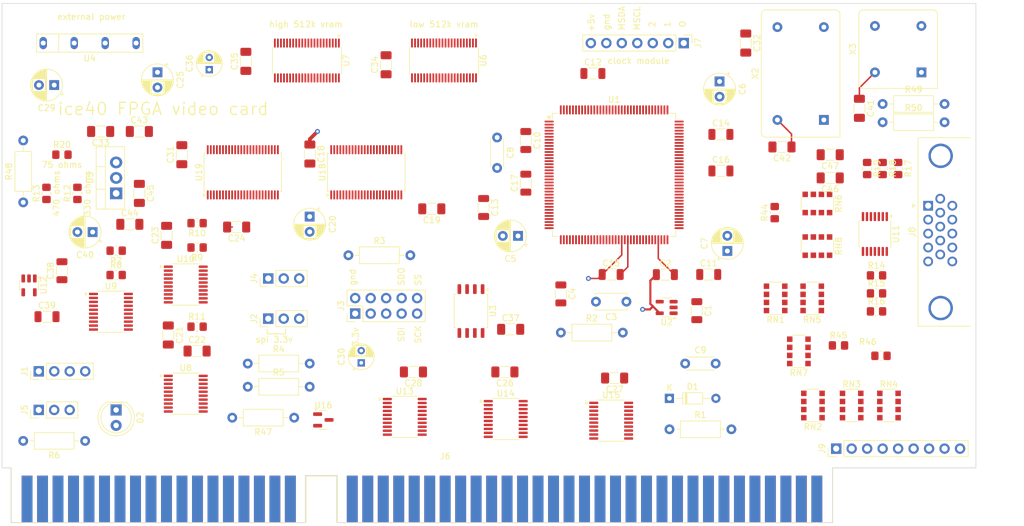
<source format=kicad_pcb>
(kicad_pcb (version 20240108) (generator "pcbnew") (generator_version "8.0")
  (layers (0 "F.Cu" signal) (1 "In1.Cu" signal) (2 "In2.Cu" signal) (31 "B.Cu" signal) (34 "B.Paste" user) (35 "F.Paste" user) (36 "B.SilkS" user "B.Silkscreen") (37 "F.SilkS" user "F.Silkscreen") (38 "B.Mask" user) (39 "F.Mask" user) (44 "Edge.Cuts" user))
  (net 0 "")
  (net 1 "+3.3V")
  (net 2 "GND")
  (net 3 "+1V2")
  (net 4 "Net-(U1E-VCCPLL0)")
  (net 5 "Net-(U1E-GNDPLL0)")
  (net 6 "+5V")
  (net 7 "Net-(D1-K)")
  (net 8 "Net-(D2-K)")
  (net 9 "CDONE_PROG")
  (net 10 "Net-(J2-Pin_2)")
  (net 13 "SPI_SCK")
  (net 14 "SPI_SDO")
  (net 15 "CRESET")
  (net 16 "SPI_SDI")
  (net 17 "SPI_SS")
  (net 19 "Net-(J4-Pin_1)")
  (net 20 "Net-(J4-Pin_3)")
  (net 21 "FPGA_RESET")
  (net 22 "DB06")
  (net 23 "HOST_RESET")
  (net 24 "IOR")
  (net 26 "AB03")
  (net 29 "AB08")
  (net 31 "IO_RDY")
  (net 33 "LA21")
  (net 35 "AB10")
  (net 36 "DB07")
  (net 38 "DB00")
  (net 39 "ISA_CLK")
  (net 40 "DB03")
  (net 42 "+12V")
  (net 44 "AB13")
  (net 45 "DB12")
  (net 46 "SMEMW")
  (net 48 "DB09")
  (net 49 "AB16")
  (net 52 "NOWS")
  (net 53 "BALE")
  (net 54 "MEMW")
  (net 55 "AB09")
  (net 57 "AB15")
  (net 59 "DB04")
  (net 62 "DB13")
  (net 63 "IOCS16")
  (net 64 "DB05")
  (net 68 "AB04")
  (net 70 "DB08")
  (net 71 "DB01")
  (net 73 "IOW")
  (net 74 "LA19")
  (net 75 "AB06")
  (net 78 "AB05")
  (net 80 "AB19")
  (net 81 "SBHE")
  (net 82 "LA17")
  (net 84 "AB17")
  (net 85 "LA23")
  (net 86 "CHRDY")
  (net 87 "LA18")
  (net 89 "AB01")
  (net 90 "AB07")
  (net 91 "AB12")
  (net 93 "AB00")
  (net 94 "DB10")
  (net 95 "MEMR")
  (net 96 "DB14")
  (net 98 "LA22")
  (net 99 "CHRDY_FPGA")
  (net 100 "LA20")
  (net 102 "AB11")
  (net 103 "AB18")
  (net 105 "MEMCS16")
  (net 107 "DB11")
  (net 108 "DB15")
  (net 109 "SMEMR")
  (net 110 "AB02")
  (net 111 "DB02")
  (net 112 "AB14")
  (net 114 "Net-(RN3A-R1.1)")
  (net 118 "VSYNC")
  (net 121 "HSYNC")
  (net 122 "Net-(RN1A-R1.1)")
  (net 123 "Net-(RN2C-R3.1)")
  (net 124 "Net-(U2-EN)")
  (net 125 "Net-(U9-A->B)")
  (net 126 "Net-(U9-CE)")
  (net 127 "Net-(U8-A->B)")
  (net 128 "Net-(U10-A->B)")
  (net 129 "Net-(U10-CE)")
  (net 130 "Net-(U12-EN)")
  (net 131 "Net-(X3-EN)")
  (net 132 "Net-(X2-Tri-State)")
  (net 133 "Net-(RN1C-R3.1)")
  (net 134 "Net-(RN1B-R2.1)")
  (net 135 "Net-(RN1D-R4.1)")
  (net 136 "Net-(RN2D-R4.1)")
  (net 137 "Net-(RN2A-R1.1)")
  (net 138 "Net-(RN2B-R2.1)")
  (net 139 "Net-(RN3B-R2.1)")
  (net 140 "Net-(RN3D-R4.1)")
  (net 142 "Net-(RN3C-R3.1)")
  (net 143 "Net-(RN4D-R4.2)")
  (net 144 "Net-(RN4A-R1.2)")
  (net 145 "Net-(RN4C-R3.2)")
  (net 146 "Net-(RN4B-R2.2)")
  (net 148 "IOR_FPGA")
  (net 149 "VD08")
  (net 150 "AV03")
  (net 151 "write_cmd")
  (net 152 "DS12")
  (net 153 "VD01")
  (net 154 "read_cmd")
  (net 155 "TE2")
  (net 157 "PIXEL_CLOCK")
  (net 158 "ALT19")
  (net 159 "TE3")
  (net 160 "FPGA_CLOCK")
  (net 161 "VD05")
  (net 162 "VD15")
  (net 163 "ALT16")
  (net 164 "AV04")
  (net 166 "DS05")
  (net 167 "AV19")
  (net 168 "AV09")
  (net 169 "MEMW_FPGA")
  (net 170 "ADS_LATCH")
  (net 171 "VD12")
  (net 174 "TE1")
  (net 175 "VGA_LATCH_RESET")
  (net 176 "AV01")
  (net 177 "MEMCS16_FPGA")
  (net 178 "DS04")
  (net 179 "ALT17")
  (net 180 "DS15")
  (net 181 "IOW_FPGA")
  (net 182 "Net-(U5-ADJ)")
  (net 184 "DS13")
  (net 185 "AV15")
  (net 186 "VRAM_high_en")
  (net 187 "VD02")
  (net 188 "BALE_FPGA")
  (net 189 "FPGA_RDY")
  (net 190 "IOCS16_FPGA")
  (net 191 "FPGA_WR")
  (net 192 "DS10")
  (net 194 "DS11")
  (net 195 "TE0")
  (net 196 "VD11")
  (net 197 "VGA_LATCH_CLK")
  (net 199 "ADS_OE")
  (net 200 "AV02")
  (net 201 "AV18")
  (net 202 "VD04")
  (net 203 "AV12")
  (net 204 "NOWS_FPGA")
  (net 205 "DS00")
  (net 206 "AV05")
  (net 207 "DS07")
  (net 208 "VRAM_low_en")
  (net 209 "AV13")
  (net 210 "AV07")
  (net 211 "1024_CLOCK")
  (net 212 "VD09")
  (net 213 "VD03")
  (net 214 "AV08")
  (net 215 "VD13")
  (net 216 "DS06")
  (net 217 "VD10")
  (net 218 "VD06")
  (net 219 "AV11")
  (net 220 "AV00")
  (net 221 "MEMR_FPGA")
  (net 222 "VD00")
  (net 223 "DS01")
  (net 224 "DS08")
  (net 225 "ALT18")
  (net 226 "FPGA_IO_EN")
  (net 227 "ISA_CLOCK_FPGA")
  (net 228 "AV17")
  (net 229 "AV14")
  (net 230 "SMEMW_FPGA")
  (net 231 "VD14")
  (net 232 "SMEMR_FPGA")
  (net 234 "DS09")
  (net 235 "VD07")
  (net 236 "DS14")
  (net 237 "AV16")
  (net 238 "DS02")
  (net 239 "AV10")
  (net 240 "DS03")
  (net 241 "AV06")
  (net 242 "SBHE_FPGA")
  (net 250 "HOST_RESET_FPGA")
  (net 261 "MCLK2")
  (net 264 "MCLK1")
  (net 279 "MSCL")
  (net 280 "MSDA")
  (net 281 "MCLK0")
  (net 291 "Net-(U11C--)")
  (net 292 "Net-(U11D--)")
  (net 293 "Net-(U11B--)")
  (net 294 "Net-(J8-Pad1)")
  (net 295 "Net-(J8-Pad3)")
  (net 296 "Net-(J8-Pad2)")
  (net 297 "Net-(R13-Pad2)")
  (net 298 "Net-(U11A-~{PD1})")
  (net 299 "Net-(U11A-~{PD2})")
  (net 300 "Net-(U11A-~{PD3})")
  (net 301 "UNUSED6")
  (net 302 "UNUSED5")
  (net 303 "UNUSED2")
  (net 304 "UNUSED0")
  (net 305 "UNUSED3")
  (net 306 "UNUSED4")
  (net 307 "UNUSED1")
  (footprint "Capacitor_SMD:C_1206_3216Metric_Pad1.33x1.80mm_HandSolder" (layer "F.Cu") (at 167.64 92.71 -90)
    (property "Reference" "C41")
    (property "Value" "0.1uF")
  )
  (footprint "Resistor_SMD:R_0805_2012Metric_Pad1.20x1.40mm_HandSolder" (layer "F.Cu") (at 171.45 102.6 -90)
    (property "Reference" "R18")
    (property "Value" "75 ohms")
  )
  (footprint "Package_SO:TSSOP-14_4.4x5mm_P0.65mm" (layer "F.Cu") (at 170.18 113.3525 -90)
    (property "Reference" "U11")
    (property "Value" "ADA4891-3")
  )
  (footprint "Capacitor_THT:CP_Radial_D5.0mm_P2.50mm" (layer "F.Cu") (at 52.5 86.794888 -90)
    (property "Reference" "C25")
    (property "Value" "C_Polarized")
  )
  (footprint "Capacitor_THT:CP_Radial_D5.0mm_P2.50mm" (layer "F.Cu") (at 111.645 113.665 180)
    (property "Reference" "C5")
    (property "Value" "C_Polarized")
  )
  (footprint "Resistor_THT:R_Axial_DIN0207_L6.3mm_D2.5mm_P10.16mm_Horizontal" (layer "F.Cu") (at 171.45 92)
    (property "Reference" "R49")
    (property "Value" "R 1k")
  )
  (footprint "Capacitor_SMD:C_1206_3216Metric_Pad1.33x1.80mm_HandSolder" (layer "F.Cu") (at 56.4975 100.33 90)
    (property "Reference" "C31")
    (property "Value" "0.1uF")
  )
  (footprint "Diode_THT:D_DO-34_SOD68_P7.62mm_Horizontal" (layer "F.Cu") (at 136.48 140.335)
    (property "Reference" "D1")
    (property "Value" "D")
  )
  (footprint "Capacitor_SMD:C_1206_3216Metric_Pad1.33x1.80mm_HandSolder" (layer "F.Cu") (at 162.8525 100.33 180)
    (property "Reference" "C47")
    (property "Value" "C 1uF")
  )
  (footprint "Package_SO:TSSOP-20_4.4x6.5mm_P0.65mm" (layer "F.Cu") (at 93.0625 143.375)
    (property "Reference" "U13")
    (property "Value" "74LS373")
  )
  (footprint "Resistor_SMD:R_0805_2012Metric_Pad1.20x1.40mm_HandSolder" (layer "F.Cu") (at 59 115.57 180)
    (property "Reference" "R9")
    (property "Value" "R 10k")
  )
  (footprint "Capacitor_SMD:C_1206_3216Metric" (layer "F.Cu") (at 140.97 125.935 -90)
    (property "Reference" "C1")
    (property "Value" "C 0.1uF")
  )
  (footprint "Resistor_SMD:R_Array_Convex_4x1206" (layer "F.Cu") (at 172.49 141.51)
    (property "Reference" "RN4")
    (property "Value" "R_Pack04_Split")
  )
  (footprint "486system:Mouser_Molex" (layer "F.Cu") (at 41.38 82)
    (property "Reference" "U4")
    (property "Value" "~")
  )
  (footprint "Resistor_THT:R_Axial_DIN0207_L6.3mm_D2.5mm_P10.16mm_Horizontal" (layer "F.Cu") (at 74.93 143.51 180)
    (property "Reference" "R47")
    (property "Value" "R 100k")
  )
  (footprint "Package_SO:TSSOP-20_4.4x6.5mm_P0.65mm" (layer "F.Cu") (at 57.1375 139.57)
    (property "Reference" "U8")
    (property "Value" "74LS245")
  )
  (footprint "Package_SO:TSSOP-20_4.4x6.5mm_P0.65mm" (layer "F.Cu") (at 57.1375 121.645)
    (property "Reference" "U10")
    (property "Value" "74LS245")
  )
  (footprint "Capacitor_THT:CP_Radial_D5.0mm_P2.50mm" (layer "F.Cu") (at 41.87 113.03 180)
    (property "Reference" "C40")
    (property "Value" "C_Polarized")
  )
  (footprint "Capacitor_SMD:C_1206_3216Metric_Pad1.33x1.80mm_HandSolder" (layer "F.Cu") (at 149 82 -90)
    (property "Reference" "C32")
    (property "Value" "0.1uF")
  )
  (footprint "Capacitor_SMD:C_1206_3216Metric" (layer "F.Cu") (at 106 109 -90)
    (property "Reference" "C13")
    (property "Value" "C 1uF")
  )
  (footprint "Connector_PinHeader_2.54mm:PinHeader_1x03_P2.54mm_Vertical" (layer "F.Cu") (at 70.67 120.65 90)
    (property "Reference" "J4")
    (property "Value" "Conn_01x03")
  )
  (footprint "Capacitor_SMD:C_1206_3216Metric" (layer "F.Cu") (at 135.815 120.015)
    (property "Reference" "C2")
    (property "Value" "C 0.1uF")
  )
  (footprint "Package_TO_SOT_SMD:SOT-23-5" (layer "F.Cu") (at 31.43 121.7875 -90)
    (property "Reference" "U12")
    (property "Value" "AP7347DQ")
  )
  (footprint "Capacitor_THT:CP_Radial_D5.0mm_P2.50mm" (layer "F.Cu") (at 35.56 88.9 180)
    (property "Reference" "C29")
    (property "Value" "C_Polarized")
  )
  (footprint "Capacitor_SMD:C_1206_3216Metric_Pad1.33x1.80mm_HandSolder" (layer "F.Cu") (at 94.4875 136 180)
    (property "Reference" "C28")
    (property "Value" "0.1uF")
  )
  (footprint "Capacitor_SMD:C_1206_3216Metric" (layer "F.Cu") (at 144.925 103)
    (property "Reference" "C16")
    (property "Value" "C 1uF")
  )
  (footprint "Capacitor_SMD:C_1206_3216Metric_Pad1.33x1.80mm_HandSolder" (layer "F.Cu") (at 67 85 90)
    (property "Reference" "C35")
    (property "Value" "0.1uF")
  )
  (footprint "Resistor_SMD:R_0805_2012Metric_Pad1.20x1.40mm_HandSolder" (layer "F.Cu") (at 170.45 126.0525)
    (property "Reference" "R16")
    (property "Value" "75 ohms")
  )
  (footprint "Package_SO:TSSOP-44_4.4x11mm_P0.5mm" (layer "F.Cu") (at 99.5 84.8525 -90)
    (property "Reference" "U6")
    (property "Value" "CY7C1049G30")
  )
  (footprint "Connector_PCBEdge:BUS_AT" (layer "F.Cu") (at 160.655 156.845)
    (property "Reference" "J6")
    (property "Value" "Bus_ISA_16bit")
  )
  (footprint "Resistor_SMD:R_0805_2012Metric_Pad1.20x1.40mm_HandSolder" (layer "F.Cu") (at 173.99 102.6 -90)
    (property "Reference" "R17")
    (property "Value" "75 ohms")
  )
  (footprint "Package_SO:TSSOP-48_6.1x12.5mm_P0.5mm" (layer "F.Cu") (at 86.7475 103.22 90)
    (property "Reference" "U18")
    (property "Value" "74ALVC164245")
  )
  (footprint "Resistor_THT:R_Axial_DIN0207_L6.3mm_D2.5mm_P10.16mm_Horizontal" (layer "F.Cu") (at 118.67 129.54)
    (property "Reference" "R2")
    (property "Value" "R 100")
  )
  (footprint "Resistor_SMD:R_0805_2012Metric_Pad1.20x1.40mm_HandSolder" (layer "F.Cu") (at 39.37 106.68 90)
    (property "Reference" "R12")
    (property "Value" "330 ohms")
  )
  (footprint "Capacitor_SMD:C_1206_3216Metric_Pad1.33x1.80mm_HandSolder" (layer "F.Cu") (at 54 113.57 90)
    (property "Reference" "C23")
    (property "Value" "0.1uF")
  )
  (footprint "LED_THT:LED_D5.0mm" (layer "F.Cu") (at 45.72 142.24 -90)
    (property "Reference" "D2")
    (property "Value" "LED")
  )
  (footprint "Capacitor_SMD:C_1206_3216Metric" (layer "F.Cu") (at 112.925 105 90)
    (property "Reference" "C17")
    (property "Value" "C 1uF")
  )
  (footprint "Capacitor_SMD:C_1206_3216Metric" (layer "F.Cu") (at 126.925 120)
    (property "Reference" "C15")
    (property "Value" "C 0.1uF")
  )
  (footprint "Capacitor_THT:CP_Radial_D5.0mm_P2.50mm" (layer "F.Cu") (at 77.47 110.49 -90)
    (property "Reference" "C20")
    (property "Value" "C_Polarized")
  )
  (footprint "Capacitor_SMD:C_1206_3216Metric_Pad1.33x1.80mm_HandSolder" (layer "F.Cu") (at 49.53 96.52)
    (property "Reference" "C43")
    (property "Value" "C 1uF")
  )
  (footprint "Resistor_THT:R_Axial_DIN0207_L6.3mm_D2.5mm_P10.16mm_Horizontal" (layer "F.Cu") (at 83.82 116.84)
    (property "Reference" "R3")
    (property "Value" "R 10k")
  )
  (footprint "Resistor_THT:R_Axial_DIN0207_L6.3mm_D2.5mm_P10.16mm_Horizontal" (layer "F.Cu") (at 40.64 147.32 180)
    (property "Reference" "R6")
    (property "Value" "R 2.2k")
  )
  (footprint "Package_QFP:TQFP-144_20x20mm_P0.5mm" (layer "F.Cu") (at 127.405 103.6375)
    (property "Reference" "U1")
    (property "Value" "ICE40HX4K-TQ144")
  )
  (footprint "Package_TO_SOT_SMD:SOT-23-5" (layer "F.Cu") (at 136.0225 125.41 180)
    (property "Reference" "U2")
    (property "Value" "AP7347DQ")
  )
  (footprint "Resistor_SMD:R_0805_2012Metric_Pad1.20x1.40mm_HandSolder" (layer "F.Cu") (at 45.725 120.09)
    (property "Reference" "R8")
    (property "Value" "R 10k")
  )
  (footprint "Capacitor_THT:C_Disc_D4.3mm_W1.9mm_P5.00mm" (layer "F.Cu") (at 139.065 134.62)
    (property "Reference" "C9")
    (property "Value" "C 100nF")
  )
  (footprint "Package_SO:TSSOP-20_4.4x6.5mm_P0.65mm" (layer "F.Cu") (at 126.925 144)
    (property "Reference" "U15")
    (property "Value" "74LS373")
  )
  (footprint "Package_SO:TSSOP-20_4.4x6.5mm_P0.65mm" (layer "F.Cu") (at 44.8625 126.115)
    (property "Reference" "U9")
    (property "Value" "74LS245")
  )
  (footprint "Capacitor_SMD:C_1206_3216Metric_Pad1.33x1.80mm_HandSolder" (layer "F.Cu") (at 154.94 99.06 180)
    (property "Reference" "C42")
    (property "Value" "0.1uF")
  )
  (footprint "Connector_PinHeader_2.54mm:PinHeader_1x07_P2.54mm_Vertical" (layer "F.Cu") (at 138.83 82 -90)
    (property "Reference" "J7")
    (property "Value" "Conn_01x07")
  )
  (footprint "Capacitor_SMD:C_1206_3216Metric" (layer "F.Cu") (at 142.925 120)
    (property "Reference" "C11")
    (property "Value" "C 0.1uF")
  )
  (footprint "Capacitor_SMD:C_1206_3216Metric_Pad1.33x1.80mm_HandSolder" (layer "F.Cu") (at 109.4875 136 180)
    (property "Reference" "C26")
    (property "Value" "0.1uF")
  )
  (footprint "Resistor_SMD:R_Array_Convex_4x1206" (layer "F.Cu") (at 160.02 141.51 180)
    (property "Reference" "RN2")
    (property "Value" "R_Pack04_Split")
  )
  (footprint "Package_SO:TSSOP-44_4.4x11mm_P0.5mm" (layer "F.Cu") (at 77.005 84.8625 -90)
    (property "Reference" "U7")
    (property "Value" "CY7C1049G30")
  )
  (footprint "Capacitor_SMD:C_1206_3216Metric_Pad1.33x1.80mm_HandSolder" (layer "F.Cu") (at 47.9675 111.76)
    (property "Reference" "C44")
    (property "Value" "C 0.1uF")
  )
  (footprint "Resistor_SMD:R_0805_2012Metric_Pad1.20x1.40mm_HandSolder" (layer "F.Cu") (at 45.725 116.09 180)
    (property "Reference" "R7")
    (property "Value" "R 10k")
  )
  (footprint "Capacitor_SMD:C_1206_3216Metric_Pad1.33x1.80mm_HandSolder" (layer "F.Cu") (at 54.275 129.9325 -90)
    (property "Reference" "C21")
    (property "Value" "0.1uF")
  )
  (footprint "Resistor_SMD:R_0805_2012Metric_Pad1.20x1.40mm_HandSolder" (layer "F.Cu") (at 59 128.57)
    (property "Reference" "R11")
    (property "Value" "R 10k")
  )
  (footprint "Connector_PinHeader_2.54mm:PinHeader_1x03_P2.54mm_Vertical" (layer "F.Cu") (at 33.02 142.24 90)
    (property "Reference" "J5")
    (property "Value" "Conn_01x03")
  )
  (footprint "Connector_PinHeader_2.54mm:PinHeader_1x04_P2.54mm_Vertical" (layer "F.Cu") (at 33.03 135.89 90)
    (property "Reference" "J1")
    (property "Value" "Conn_01x04")
  )
  (footprint "Capacitor_SMD:C_1206_3216Metric" (layer "F.Cu") (at 112.925 98 -90)
    (property "Reference" "C10")
    (property "Value" "C 0.1uF")
  )
  (footprint "Resistor_SMD:R_0805_2012Metric_Pad1.20x1.40mm_HandSolder" (layer "F.Cu") (at 168.91 102.6 -90)
    (property "Reference" "R19")
    (property "Value" "75 ohms")
  )
  (footprint "Resistor_THT:R_Axial_DIN0207_L6.3mm_D2.5mm_P10.16mm_Horizontal" (layer "F.Cu") (at 30.48 108.16 90)
    (property "Reference" "R48")
    (property "Value" "R 1k")
  )
  (footprint "Package_SO:SOIC-8_5.275x5.275mm_P1.27mm" (layer "F.Cu") (at 103.925 126 -90)
    (property "Reference" "U3")
    (property "Value" "~")
  )
  (footprint "Capacitor_SMD:C_1206_3216Metric_Pad1.33x1.80mm_HandSolder" (layer "F.Cu") (at 110.4375 129)
    (property "Reference" "C37")
    (property "Value" "0.1uF")
  )
  (footprint "Resistor_THT:R_Axial_DIN0207_L6.3mm_D2.5mm_P10.16mm_Horizontal" (layer "F.Cu") (at 136.485 145.415)
    (property "Reference" "R1")
    (property "Value" "R 1k")
  )
  (footprint "Resistor_SMD:R_0805_2012Metric_Pad1.20x1.40mm_HandSolder" (layer "F.Cu") (at 153.75 109.84 90)
    (property "Reference" "R44")
    (property "Value" "R3")
  )
  (footprint "Resistor_SMD:R_Array_Convex_4x1206" (layer "F.Cu") (at 159.9 123.92 180)
    (property "Reference" "RN5")
    (property "Value" "R_Pack04_Split")
  )
  (footprint "Connector_PinHeader_2.54mm:PinHeader_1x03_P2.54mm_Vertical" (layer "F.Cu") (at 70.67 127.25 90)
    (property "Reference" "J2")
    (property "Value" "Conn_01x03")
  )
  (footprint "Package_SO:TSSOP-48_6.1x12.5mm_P0.5mm" (layer "F.Cu") (at 66.4975 103.22 90)
    (property "Reference" "U19")
    (property "Value" "74ALVC164245")
  )
  (footprint "Capacitor_SMD:C_1206_3216Metric_Pad1.33x1.80mm_HandSolder" (layer "F.Cu") (at 49.53 106.68 -90)
    (property "Reference" "C45")
    (property "Value" "C 1uF")
  )
  (footprint "Capacitor_THT:CP_Radial_D4.0mm_P2.00mm" (layer "F.Cu") (at 61 86.36 90)
    (property "Reference" "C36")
    (property "Value" "C_Polarized")
  )
  (footprint "Resistor_SMD:R_Array_Convex_4x1206" (layer "F.Cu") (at 160.75 115.34 -90)
    (property "Reference" "RN8")
    (property "Value" "R_Pack04_Split")
  )
  (footprint "Capacitor_SMD:C_1206_3216Metric_Pad1.33x1.80mm_HandSolder" (layer "F.Cu") (at 59 132.57)
    (property "Reference" "C22")
    (property "Value" "0.1uF")
  )
  (footprint "Oscillator:Oscillator_DIP-14" (layer "F.Cu") (at 161.81 94.62 90)
    (property "Reference" "X2")
    (property "Value" "65MHz")
  )
  (footprint "Capacitor_SMD:C_1206_3216Metric" (layer "F.Cu") (at 36.83 119.38 90)
    (property "Reference" "C38")
    (property "Value" "C 0.1uF")
  )
  (footprint "Capacitor_SMD:C_1206_3216Metric" (layer "F.Cu") (at 123.925 87)
    (property "Reference" "C12")
    (property "Value" "C 1uF")
  )
  (footprint "Capacitor_SMD:C_1206_3216Metric_Pad1.33x1.80mm_HandSolder" (layer "F.Cu") (at 97.4975 109.22 180)
    (property "Reference" "C19")
    (property "Value" "0.1uF")
  )
  (footprint "Package_SO:TSSOP-20_4.4x6.5mm_P0.65mm" (layer "F.Cu") (at 109.625 143.725)
    (property "Reference" "U14")
    (property "Value" "74LS373")
  )
  (footprint "Capacitor_SMD:C_1206_3216Metric" (layer "F.Cu") (at 34.38 126.925)
    (property "Reference" "C39")
    (property "Value" "C 0.1uF")
  )
  (footprint "Capacitor_SMD:C_1206_3216Metric" (layer "F.Cu") (at 144.925 97)
    (property "Reference" "C14")
    (property "Value" "C 0.1uF")
  )
  (footprint "Oscillator:Oscillator_DIP-8" (layer "F.Cu") (at 177.81 86.81 90)
    (property "Reference" "X3")
    (property "Value" "25.175MHz")
  )
  (footprint "Connector_Dsub:DSUB-15-HD_Female_Horizontal_P2.29x1.98mm_EdgePinOffset3.03mm_Housed_MountingHolesOffset4.94mm" (layer "F.Cu") (at 178.92 108.7 90)
    (property "Reference" "J8")
    (property "Value" "DB15_Female_HighDensity")
  )
  (footprint "Resistor_SMD:R_Array_Convex_4x1206" (layer "F.Cu") (at 166.37 141.51)
    (property "Reference" "RN3")
    (property "Value" "R_Pack04_Split")
  )
  (footprint "Capacitor_SMD:C_1206_3216Metric_Pad1.33x1.80mm_HandSolder" (layer "F.Cu") (at 43.18 96.52 180)
    (property "Reference" "C33")
    (property "Value" "C 0.1uF")
  )
  (footprint "Connector_PinHeader_2.54mm:PinHeader_2x05_P2.54mm_Vertical" (layer "F.Cu") (at 84.93 126.42 90)
    (property "Reference" "J3")
    (property "Value" "Conn_02x05_Odd_Even")
  )
  (footprint "Resistor_SMD:R_0805_2012Metric_Pad1.20x1.40mm_HandSolder" (layer "F.Cu") (at 34.29 106.68 90)
    (property "Reference" "R13")
    (property "Value" "470 ohms")
  )
  (footprint "Capacitor_THT:CP_Radial_D4.0mm_P2.00mm" (layer "F.Cu") (at 85.925 134.5 90)
    (property "Reference" "C30")
    (property "Value" "C_Polarized")
  )
  (footprint "Capacitor_SMD:C_1206_3216Metric_Pad1.33x1.80mm_HandSolder" (layer "F.Cu") (at 162.8525 104.14 180)
    (property "Reference" "C46")
    (property "Value" "C 0.1uF")
  )
  (footprint "Capacitor_SMD:C_1206_3216Metric_Pad1.33x1.80mm_HandSolder" (layer "F.Cu") (at 77.4975 100.22 -90)
    (property "Reference" "C18")
    (property "Value" "0.1uF")
  )
  (footprint "Resistor_SMD:R_0805_2012Metric_Pad1.20x1.40mm_HandSolder" (layer "F.Cu") (at 170.45 123.1025)
    (property "Reference" "R15")
    (property "Value" "75 ohms")
  )
  (footprint "Capacitor_THT:CP_Radial_D5.0mm_P2.50mm" (layer "F.Cu") (at 144.705 88.305 -90)
    (property "Reference" "C6")
    (property "Value" "C_Polarized")
  )
  (footprint "Connector_PinHeader_2.54mm:PinHeader_1x09_P2.54mm_Vertical" (layer "F.Cu") (at 163.83 148.59 90)
    (property "Reference" "J9")
    (property "Value" "Conn_01x09")
  )
  (footprint "Resistor_THT:R_Axial_DIN0207_L6.3mm_D2.5mm_P10.16mm_Horizontal" (layer "F.Cu") (at 67.31 138.43)
    (property "Reference" "R5")
    (property "Value" "R 10k")
  )
  (footprint "Package_TO_SOT_THT:TO-220-3_Vertical" (layer "F.Cu") (at 45.72 106.68 90)
    (property "Reference" "U5")
    (property "Value" "LM317_TO-220")
  )
  (footprint "Resistor_SMD:R_Array_Convex_4x1206" (layer "F.Cu") (at 157.71 132.62 180)
    (property "Reference" "RN7")
    (property "Value" "R_Pack04_Split")
  )
  (footprint "Resistor_THT:R_Axial_DIN0207_L6.3mm_D2.5mm_P10.16mm_Horizontal" (layer "F.Cu") (at 67.31 134.62)
    (property "Reference" "R4")
    (property "Value" "R 10k")
  )
  (footprint "Capacitor_SMD:C_1206_3216Metric_Pad1.33x1.80mm_HandSolder" (layer "F.Cu") (at 90 85.5625 90)
    (property "Reference" "C34")
    (property "Value" "0.1uF")
  )
  (footprint "Capacitor_THT:C_Disc_D4.3mm_W1.9mm_P5.00mm" (layer "F.Cu") (at 108.215 97.505 -90)
    (property "Reference" "C8")
    (property "Value" "C 100nF")
  )
  (footprint "Resistor_THT:R_Axial_DIN0207_L6.3mm_D2.5mm_P10.16mm_Horizontal" (layer "F.Cu") (at 171.45 95)
    (property "Reference" "R50")
    (property "Value" "R 1k")
  )
  (footprint "Resistor_SMD:R_0805_2012Metric_Pad1.20x1.40mm_HandSolder" (layer "F.Cu") (at 171.18 133.35)
    (property "Reference" "R46")
    (property "Value" "R3")
  )
  (footprint "Resistor_SMD:R_0805_2012Metric_Pad1.20x1.40mm_HandSolder" (layer "F.Cu") (at 36.83 100.33)
    (property "Reference" "R20")
    (property "Value" "75 ohms")
  )
  (footprint "Resistor_SMD:R_0805_2012Metric_Pad1.20x1.40mm_HandSolder" (layer "F.Cu") (at 59 111.57 180)
    (property "Reference" "R10")
    (property "Value" "R 10k")
  )
  (footprint "Resistor_SMD:R_0805_2012Metric_Pad1.20x1.40mm_HandSolder" (layer "F.Cu") (at 170.45 120.1525)
    (property "Reference" "R14")
    (property "Value" "75 ohms")
  )
  (footprint "Package_TO_SOT_SMD:SOT-23" (layer "F.Cu") (at 79.7075 143.875)
    (property "Reference" "U16")
    (property "Value" "LM809")
  )
  (footprint "Resistor_SMD:R_Array_Convex_4x1206" (layer "F.Cu") (at 153.9 123.92 180)
    (property "Reference" "RN1")
    (property "Value" "R_Pack04_Split")
  )
  (footprint "Resistor_SMD:R_Array_Convex_4x1206" (layer "F.Cu") (at 160.75 108.34 -90)
    (property "Reference" "RN6")
    (property "Value" "R_Pack04_Split")
  )
  (footprint "Capacitor_SMD:C_1206_3216Metric_Pad1.33x1.80mm_HandSolder" (layer "F.Cu") (at 127.4875 137 180)
    (property "Reference" "C27")
    (property "Value" "0.1uF")
  )
  (footprint "Capacitor_SMD:C_1206_3216Metric_Pad1.33x1.80mm_HandSolder" (layer "F.Cu") (at 65.4875 112.2075 180)
    (property "Reference" "C24")
    (property "Value" "0.1uF")
  )
  (footprint "Capacitor_SMD:C_1206_3216Metric" (layer "F.Cu") (at 118.67 123.19 -90)
    (property "Reference" "C4")
    (property "Value" "SMD 0.1uF")
  )
  (footprint "Resistor_SMD:R_0805_2012Metric_Pad1.20x1.40mm_HandSolder" (layer "F.Cu") (at 164.21 131.65)
    (property "Reference" "R45")
    (property "Value" "R3")
  )
  (footprint "Capacitor_THT:C_Disc_D5.0mm_W2.5mm_P5.00mm" (layer "F.Cu") (at 129.425 124.46 180)
    (property "Reference" "C3")
    (property "Value" "C 10uF")
  )
  (footprint "Capacitor_THT:CP_Radial_D5.0mm_P2.50mm" (layer "F.Cu") (at 145.975 116.140112 90)
    (property "Reference" "C7")
    (property "Value" "C_Polarized")
  )
  (gr_line (start 70.5 129) (end 70.5 129.75) (stroke (width 0.15)) (layer "F.SilkS"))
  (gr_line (start 70.5 129.75) (end 73.5 129.75) (stroke (width 0.15)) (layer "F.SilkS"))
  (gr_line (start 73.5 129.75) (end 73.5 129) (stroke (width 0.15)) (layer "F.SilkS"))
  (gr_line (start 186.75 151.75) (end 186.75 75.5) (stroke (width 0.1)) (layer "Edge.Cuts"))
  (gr_line (start 82 160.75) (end 82 153) (stroke (width 0.1)) (layer "Edge.Cuts"))
  (gr_line (start 163.75 151.75) (end 163.25 151.75) (stroke (width 0.1)) (layer "Edge.Cuts"))
  (gr_line (start 76.75 153) (end 76.75 160.75) (stroke (width 0.1)) (layer "Edge.Cuts"))
  (gr_line (start 163.25 151.75) (end 163.25 160.75) (stroke (width 0.1)) (layer "Edge.Cuts"))
  (gr_line (start 27 75.5) (end 186.75 75.5) (stroke (width 0.1)) (layer "Edge.Cuts"))
  (gr_line (start 163.75 151.75) (end 164.75 151.75) (stroke (width 0.1)) (layer "Edge.Cuts"))
  (gr_line (start 164.75 151.75) (end 186.75 151.75) (stroke (width 0.1)) (layer "Edge.Cuts"))
  (gr_line (start 28.5 160.75) (end 28.5 151.75) (stroke (width 0.1)) (layer "Edge.Cuts"))
  (gr_line (start 163.25 160.75) (end 82 160.75) (stroke (width 0.1)) (layer "Edge.Cuts"))
  (gr_line (start 82 153) (end 76.75 153) (stroke (width 0.1)) (layer "Edge.Cuts"))
  (gr_line (start 76.75 160.75) (end 28.5 160.75) (stroke (width 0.1)) (layer "Edge.Cuts"))
  (gr_line (start 28.5 151.75) (end 27 151.75) (stroke (width 0.1)) (layer "Edge.Cuts"))
  (gr_line (start 27 151.75) (end 27 75.5) (stroke (width 0.1)) (layer "Edge.Cuts"))
  (gr_text "clock module" (at 126.25 85.5 0) (layer "F.SilkS") (effects (font (size 1 1)) (justify left bottom)))
  (gr_text "3.3v" (at 85.59 131.92 90) (layer "F.SilkS") (effects (font (size 1 1)) (justify left bottom)))
  (gr_text "+5v" (at 124.25 80.25 90) (layer "F.SilkS") (effects (font (size 1 1)) (justify left bottom)))
  (gr_text "ice40 FPGA video card" (at 36 93.98 0) (layer "F.SilkS") (effects (font (size 2 2) (thickness 0.2)) (justify left bottom)))
  (gr_text "low 512k vram" (at 93.75 79.5 0) (layer "F.SilkS") (effects (font (size 1 1)) (justify left bottom)))
  (gr_text "SCK" (at 95.84 131.42 90) (layer "F.SilkS") (effects (font (size 1 1)) (justify left bottom)))
  (gr_text "1" (at 136.75 79.5 90) (layer "F.SilkS") (effects (font (size 1 1)) (justify left bottom)))
  (gr_text "gnd" (at 126.75 80 90) (layer "F.SilkS") (effects (font (size 1 1)) (justify left bottom)))
  (gr_text "2" (at 134.25 79.5 90) (layer "F.SilkS") (effects (font (size 1 1)) (justify left bottom)))
  (gr_text "external power" (at 36 78.25 0) (layer "F.SilkS") (effects (font (size 1 1)) (justify left bottom)))
  (gr_text "MSDA" (at 129.25 80 90) (layer "F.SilkS") (effects (font (size 1 1)) (justify left bottom)))
  (gr_text "high 512k vram" (at 70.75 79.5 0) (layer "F.SilkS") (effects (font (size 1 1)) (justify left bottom)))
  (gr_text "SDO" (at 93.09 121.92 90) (layer "F.SilkS") (effects (font (size 1 1)) (justify left bottom)))
  (gr_text "gnd" (at 85.09 121.92 90) (layer "F.SilkS") (effects (font (size 1 1)) (justify left bottom)))
  (gr_text "SDI" (at 93.09 131.17 90) (layer "F.SilkS") (effects (font (size 1 1)) (justify left bottom)))
  (gr_text "MSCL" (at 131.75 80 90) (layer "F.SilkS") (effects (font (size 1 1)) (justify left bottom)))
  (gr_text "SS" (at 95.84 121.92 90) (layer "F.SilkS") (effects (font (size 1 1)) (justify left bottom)))
  (gr_text "O" (at 139.25 79.5 90) (layer "F.SilkS") (effects (font (size 1 1)) (justify left bottom)))
  (gr_text "spi 3.3v" (at 68.5 131.25 0) (layer "F.SilkS") (effects (font (size 1 1)) (justify left bottom)))
  (segment (start 156.5025 96.9325) (end 154.19 94.62) (width 0.25) (layer "F.Cu") (net 1))
  (segment (start 167.64 91.1475) (end 167.64 89.36) (width 0.25) (layer "F.Cu") (net 1))
  (segment (start 156.5025 99.06) (end 156.5025 96.9325) (width 0.25) (layer "F.Cu") (net 1))
  (segment (start 167.64 89.36) (end 170.19 86.81) (width 0.25) (layer "F.Cu") (net 1))
  (segment (start 78.74 96.52) (end 77.4975 97.7625) (width 0.6) (layer "F.Cu") (net 1))
  (segment (start 77.4975 97.7625) (end 77.4975 98.6575) (width 0.6) (layer "F.Cu") (net 1))
  (via (at 78.74 96.52) (size 0.8) (drill 0.4) (layers "F.Cu" "B.Cu") (net 1))
  (segment (start 137.29 120.015) (end 134.655 117.38) (width 0.25) (layer "F.Cu") (net 2))
  (segment (start 128.4 120) (end 129.655 118.745) (width 0.25) (layer "F.Cu") (net 2))
  (segment (start 134.655 117.38) (end 134.655 114.3) (width 0.25) (layer "F.Cu") (net 2))
  (segment (start 129.655 118.745) (end 129.655 114.3) (width 0.25) (layer "F.Cu") (net 2))
  (segment (start 133.35 121.005) (end 134.34 120.015) (width 0.35) (layer "F.Cu") (net 3))
  (segment (start 124.8 120.65) (end 123.19 120.65) (width 0.25) (layer "F.Cu") (net 3))
  (segment (start 125.45 120) (end 124.8 120.65) (width 0.25) (layer "F.Cu") (net 3))
  (segment (start 133.275 125.73) (end 132.08 125.73) (width 0.35) (layer "F.Cu") (net 3))
  (segment (start 133.765 125.24) (end 133.35 124.825) (width 0.35) (layer "F.Cu") (net 3))
  (segment (start 125.45 120) (end 128.655 116.795) (width 0.25) (layer "F.Cu") (net 3))
  (segment (start 134.885 126.36) (end 133.765 125.24) (width 0.35) (layer "F.Cu") (net 3))
  (segment (start 128.655 116.795) (end 128.655 114.3) (width 0.25) (layer "F.Cu") (net 3))
  (segment (start 133.35 124.825) (end 133.35 121.005) (width 0.35) (layer "F.Cu") (net 3))
  (segment (start 133.765 125.24) (end 133.275 125.73) (width 0.35) (layer "F.Cu") (net 3))
  (via (at 132.08 125.73) (size 0.8) (drill 0.4) (layers "F.Cu" "B.Cu") (net 3))
  (via (at 123.19 120.65) (size 0.8) (drill 0.4) (layers "F.Cu" "B.Cu") (net 3))
  (segment (start 63.7475 112.03) (end 63.925 112.2075) (width 0.2) (layer "F.Cu") (net 6))
  (segment (start 64.81312 112.2075) (end 63.925 112.2075) (width 0.2) (layer "F.Cu") (net 6))
)
</source>
